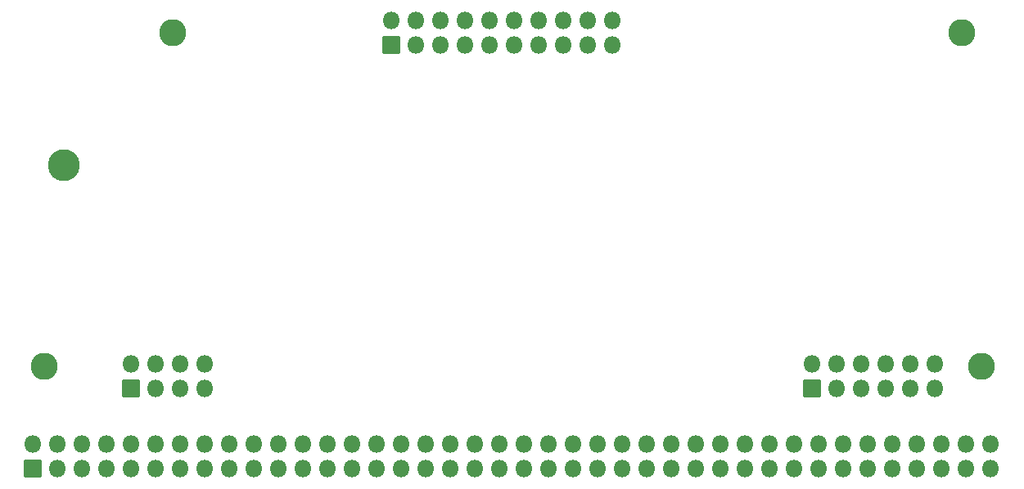
<source format=gbr>
%TF.GenerationSoftware,KiCad,Pcbnew,8.0.4*%
%TF.CreationDate,2024-07-26T11:17:42-07:00*%
%TF.ProjectId,ZORO,5a4f524f-2e6b-4696-9361-645f70636258,0*%
%TF.SameCoordinates,Original*%
%TF.FileFunction,Soldermask,Bot*%
%TF.FilePolarity,Negative*%
%FSLAX46Y46*%
G04 Gerber Fmt 4.6, Leading zero omitted, Abs format (unit mm)*
G04 Created by KiCad (PCBNEW 8.0.4) date 2024-07-26 11:17:42*
%MOMM*%
%LPD*%
G01*
G04 APERTURE LIST*
G04 Aperture macros list*
%AMRoundRect*
0 Rectangle with rounded corners*
0 $1 Rounding radius*
0 $2 $3 $4 $5 $6 $7 $8 $9 X,Y pos of 4 corners*
0 Add a 4 corners polygon primitive as box body*
4,1,4,$2,$3,$4,$5,$6,$7,$8,$9,$2,$3,0*
0 Add four circle primitives for the rounded corners*
1,1,$1+$1,$2,$3*
1,1,$1+$1,$4,$5*
1,1,$1+$1,$6,$7*
1,1,$1+$1,$8,$9*
0 Add four rect primitives between the rounded corners*
20,1,$1+$1,$2,$3,$4,$5,0*
20,1,$1+$1,$4,$5,$6,$7,0*
20,1,$1+$1,$6,$7,$8,$9,0*
20,1,$1+$1,$8,$9,$2,$3,0*%
G04 Aperture macros list end*
%ADD10C,3.302000*%
%ADD11C,2.802000*%
%ADD12RoundRect,0.051000X0.850000X-0.850000X0.850000X0.850000X-0.850000X0.850000X-0.850000X-0.850000X0*%
%ADD13O,1.802000X1.802000*%
%ADD14RoundRect,0.051000X-0.850000X0.850000X-0.850000X-0.850000X0.850000X-0.850000X0.850000X0.850000X0*%
G04 APERTURE END LIST*
D10*
%TO.C,H1*%
X5024120Y33134300D03*
%TD*%
D11*
%TO.C,H3*%
X97886520Y46863000D03*
%TD*%
%TO.C,H4*%
X99918520Y12331700D03*
%TD*%
%TO.C,H5*%
X2992120Y12331700D03*
%TD*%
D12*
%TO.C,J4*%
X82341720Y10045700D03*
D13*
X82341720Y12585700D03*
X84881720Y10045700D03*
X84881720Y12585700D03*
X87421720Y10045700D03*
X87421720Y12585700D03*
X89961720Y10045700D03*
X89961720Y12585700D03*
X92501720Y10045700D03*
X92501720Y12585700D03*
X95041720Y10045700D03*
X95041720Y12585700D03*
%TD*%
D12*
%TO.C,J5*%
X11963400Y10045700D03*
D13*
X11963400Y12585700D03*
X14503400Y10045700D03*
X14503400Y12585700D03*
X17043400Y10045700D03*
X17043400Y12585700D03*
X19583400Y10045700D03*
X19583400Y12585700D03*
%TD*%
D12*
%TO.C,J3*%
X38867000Y45658000D03*
D13*
X38867000Y48198000D03*
X41407000Y45658000D03*
X41407000Y48198000D03*
X43947000Y45658000D03*
X43947000Y48198000D03*
X46487000Y45658000D03*
X46487000Y48198000D03*
X49027000Y45658000D03*
X49027000Y48198000D03*
X51567000Y45658000D03*
X51567000Y48198000D03*
X54107000Y45658000D03*
X54107000Y48198000D03*
X56647000Y45658000D03*
X56647000Y48198000D03*
X59187000Y45658000D03*
X59187000Y48198000D03*
X61727000Y45658000D03*
X61727000Y48198000D03*
%TD*%
D11*
%TO.C,H2*%
X16276320Y46863000D03*
%TD*%
D14*
%TO.C,J2*%
X1803400Y1752600D03*
D13*
X4343400Y1752600D03*
X6883400Y1752600D03*
X9423400Y1752600D03*
X11963400Y1752600D03*
X14503400Y1752600D03*
X17043400Y1752600D03*
X19583400Y1752600D03*
X22123400Y1752600D03*
X24663400Y1752600D03*
X27203400Y1752600D03*
X29743400Y1752600D03*
X32283400Y1752600D03*
X34823400Y1752600D03*
X37363400Y1752600D03*
X39903400Y1752600D03*
X42443400Y1752600D03*
X44983400Y1752600D03*
X47523400Y1752600D03*
X50063400Y1752600D03*
X52603400Y1752600D03*
X55143400Y1752600D03*
X57683400Y1752600D03*
X60223400Y1752600D03*
X62763400Y1752600D03*
X65303400Y1752600D03*
X67843400Y1752600D03*
X70383400Y1752600D03*
X72923400Y1752600D03*
X75463400Y1752600D03*
X78003400Y1752600D03*
X80543400Y1752600D03*
X83083400Y1752600D03*
X85623400Y1752600D03*
X88163400Y1752600D03*
X90703400Y1752600D03*
X93243400Y1752600D03*
X95783400Y1752600D03*
X98323400Y1752600D03*
X100863400Y1752600D03*
X1803400Y4292600D03*
X4343400Y4292600D03*
X6883400Y4292600D03*
X9423400Y4292600D03*
X11963400Y4292600D03*
X14503400Y4292600D03*
X17043400Y4292600D03*
X19583400Y4292600D03*
X22123400Y4292600D03*
X24663400Y4292600D03*
X27203400Y4292600D03*
X29743400Y4292600D03*
X32283400Y4292600D03*
X34823400Y4292600D03*
X37363400Y4292600D03*
X39903400Y4292600D03*
X42443400Y4292600D03*
X44983400Y4292600D03*
X47523400Y4292600D03*
X50063400Y4292600D03*
X52603400Y4292600D03*
X55143400Y4292600D03*
X57683400Y4292600D03*
X60223400Y4292600D03*
X62763400Y4292600D03*
X65303400Y4292600D03*
X67843400Y4292600D03*
X70383400Y4292600D03*
X72923400Y4292600D03*
X75463400Y4292600D03*
X78003400Y4292600D03*
X80543400Y4292600D03*
X83083400Y4292600D03*
X85623400Y4292600D03*
X88163400Y4292600D03*
X90703400Y4292600D03*
X93243400Y4292600D03*
X95783400Y4292600D03*
X98323400Y4292600D03*
X100863400Y4292600D03*
%TD*%
M02*

</source>
